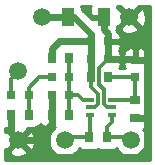
<source format=gtl>
%TF.GenerationSoftware,KiCad,Pcbnew,(5.1.12)-1*%
%TF.CreationDate,2023-07-21T13:43:36+02:00*%
%TF.ProjectId,Input_stage,496e7075-745f-4737-9461-67652e6b6963,rev?*%
%TF.SameCoordinates,Original*%
%TF.FileFunction,Copper,L1,Top*%
%TF.FilePolarity,Positive*%
%FSLAX46Y46*%
G04 Gerber Fmt 4.6, Leading zero omitted, Abs format (unit mm)*
G04 Created by KiCad (PCBNEW (5.1.12)-1) date 2023-07-21 13:43:36*
%MOMM*%
%LPD*%
G01*
G04 APERTURE LIST*
%TA.AperFunction,SMDPad,CuDef*%
%ADD10R,0.800000X0.750000*%
%TD*%
%TA.AperFunction,SMDPad,CuDef*%
%ADD11R,0.750000X0.800000*%
%TD*%
%TA.AperFunction,SMDPad,CuDef*%
%ADD12R,1.000000X1.600000*%
%TD*%
%TA.AperFunction,ComponentPad*%
%ADD13C,1.500000*%
%TD*%
%TA.AperFunction,SMDPad,CuDef*%
%ADD14R,0.800000X0.900000*%
%TD*%
%TA.AperFunction,SMDPad,CuDef*%
%ADD15R,0.900000X0.800000*%
%TD*%
%TA.AperFunction,SMDPad,CuDef*%
%ADD16R,0.650000X0.400000*%
%TD*%
%TA.AperFunction,Conductor*%
%ADD17C,0.304800*%
%TD*%
%TA.AperFunction,Conductor*%
%ADD18C,0.609600*%
%TD*%
%TA.AperFunction,Conductor*%
%ADD19C,0.254000*%
%TD*%
%TA.AperFunction,Conductor*%
%ADD20C,0.100000*%
%TD*%
G04 APERTURE END LIST*
D10*
%TO.P,C1,1*%
%TO.N,Net-(C1-Pad1)*%
X2655000Y-8255000D03*
%TO.P,C1,2*%
%TO.N,Net-(C1-Pad2)*%
X1155000Y-8255000D03*
%TD*%
D11*
%TO.P,C2,1*%
%TO.N,Net-(C2-Pad1)*%
X11684000Y-6719000D03*
%TO.P,C2,2*%
%TO.N,GND*%
X11684000Y-5219000D03*
%TD*%
D10*
%TO.P,C3,2*%
%TO.N,Net-(C1-Pad1)*%
X4584000Y-6731000D03*
%TO.P,C3,1*%
%TO.N,Net-(C3-Pad1)*%
X6084000Y-6731000D03*
%TD*%
%TO.P,C4,2*%
%TO.N,GND*%
X4584000Y-8255000D03*
%TO.P,C4,1*%
%TO.N,Net-(C3-Pad1)*%
X6084000Y-8255000D03*
%TD*%
%TO.P,C5,1*%
%TO.N,VCC*%
X7886000Y-5207000D03*
%TO.P,C5,2*%
%TO.N,GND*%
X9386000Y-5207000D03*
%TD*%
%TO.P,C6,2*%
%TO.N,GND*%
X9386000Y-3683000D03*
%TO.P,C6,1*%
%TO.N,VCC*%
X7886000Y-3683000D03*
%TD*%
D12*
%TO.P,C7,1*%
%TO.N,VCC*%
X5993000Y-1651000D03*
%TO.P,C7,2*%
%TO.N,GND*%
X8993000Y-1651000D03*
%TD*%
D13*
%TO.P,GND1,1*%
%TO.N,GND*%
X11176000Y-1651000D03*
%TD*%
%TO.P,IN1,1*%
%TO.N,Net-(C1-Pad2)*%
X1778000Y-6223000D03*
%TD*%
%TO.P,OUM1,1*%
%TO.N,Net-(OUM1-Pad1)*%
X5715000Y-12065000D03*
%TD*%
%TO.P,OUP1,1*%
%TO.N,Net-(OUP1-Pad1)*%
X11303000Y-12065000D03*
%TD*%
%TO.P,POW1,1*%
%TO.N,VCC*%
X3810000Y-1651000D03*
%TD*%
D14*
%TO.P,R1,1*%
%TO.N,Net-(C1-Pad1)*%
X2655000Y-9906000D03*
%TO.P,R1,2*%
%TO.N,GND*%
X1155000Y-9906000D03*
%TD*%
%TO.P,R2,1*%
%TO.N,VCC*%
X7886000Y-6731000D03*
%TO.P,R2,2*%
%TO.N,Net-(C2-Pad1)*%
X9386000Y-6731000D03*
%TD*%
D15*
%TO.P,R3,2*%
%TO.N,GND*%
X11684000Y-10148000D03*
%TO.P,R3,1*%
%TO.N,Net-(C2-Pad1)*%
X11684000Y-8648000D03*
%TD*%
D14*
%TO.P,R4,1*%
%TO.N,VCC*%
X4584000Y-5080000D03*
%TO.P,R4,2*%
%TO.N,Net-(C3-Pad1)*%
X6084000Y-5080000D03*
%TD*%
%TO.P,R5,2*%
%TO.N,GND*%
X4584000Y-9906000D03*
%TO.P,R5,1*%
%TO.N,Net-(C3-Pad1)*%
X6084000Y-9906000D03*
%TD*%
%TO.P,R6,2*%
%TO.N,Net-(OUM1-Pad1)*%
X7759000Y-11811000D03*
%TO.P,R6,1*%
%TO.N,Net-(OUP1-Pad1)*%
X9259000Y-11811000D03*
%TD*%
D16*
%TO.P,U1,1*%
%TO.N,Net-(OUP1-Pad1)*%
X9713000Y-9921000D03*
%TO.P,U1,3*%
%TO.N,Net-(C2-Pad1)*%
X9713000Y-8621000D03*
%TO.P,U1,5*%
%TO.N,VCC*%
X7813000Y-9271000D03*
%TO.P,U1,2*%
%TO.N,GND*%
X9713000Y-9271000D03*
%TO.P,U1,4*%
%TO.N,Net-(C3-Pad1)*%
X7813000Y-8621000D03*
%TO.P,U1,6*%
%TO.N,Net-(OUM1-Pad1)*%
X7813000Y-9921000D03*
%TD*%
D13*
%TO.P,GND2,1*%
%TO.N,GND*%
X1778000Y-12065000D03*
%TD*%
D17*
%TO.N,Net-(C1-Pad1)*%
X2655000Y-9906000D02*
X2655000Y-8255000D01*
X2655000Y-8255000D02*
X2655000Y-7632000D01*
X3556000Y-6731000D02*
X4584000Y-6731000D01*
X2655000Y-7632000D02*
X3556000Y-6731000D01*
%TO.N,Net-(C1-Pad2)*%
X1155000Y-6846000D02*
X1778000Y-6223000D01*
X1155000Y-8255000D02*
X1155000Y-6846000D01*
%TO.N,Net-(C2-Pad1)*%
X11681000Y-8621000D02*
X11684000Y-8624000D01*
X9713000Y-8621000D02*
X11681000Y-8621000D01*
X11684000Y-8624000D02*
X11684000Y-6719000D01*
X11672000Y-6731000D02*
X11684000Y-6719000D01*
X9386000Y-6731000D02*
X11672000Y-6731000D01*
D18*
%TO.N,GND*%
X9386000Y-5207000D02*
X9386000Y-3683000D01*
X9386000Y-3683000D02*
X9386000Y-3036000D01*
X8993000Y-2643000D02*
X8993000Y-1651000D01*
X9386000Y-3036000D02*
X8993000Y-2643000D01*
D17*
X8636000Y-7379642D02*
X8636000Y-5957000D01*
X9003358Y-7747000D02*
X8636000Y-7379642D01*
X8636000Y-5957000D02*
X9386000Y-5207000D01*
X9017000Y-7747000D02*
X9003358Y-7747000D01*
X9017000Y-9017000D02*
X9017000Y-7747000D01*
X9271000Y-9271000D02*
X9017000Y-9017000D01*
X9713000Y-9271000D02*
X9271000Y-9271000D01*
D18*
X11672000Y-5207000D02*
X11684000Y-5219000D01*
X9386000Y-5207000D02*
X11672000Y-5207000D01*
X1155000Y-11442000D02*
X1778000Y-12065000D01*
X1155000Y-9906000D02*
X1155000Y-11442000D01*
X4584000Y-8255000D02*
X4584000Y-9906000D01*
X4584000Y-9906000D02*
X4584000Y-10656000D01*
X3175000Y-12065000D02*
X1778000Y-12065000D01*
X4584000Y-10656000D02*
X3175000Y-12065000D01*
X12700000Y-3175000D02*
X11176000Y-1651000D01*
X11938000Y-13462000D02*
X12700000Y-12700000D01*
X4572000Y-13462000D02*
X11938000Y-13462000D01*
X3175000Y-12065000D02*
X4572000Y-13462000D01*
X11684000Y-10148000D02*
X12688000Y-10148000D01*
X12688000Y-10148000D02*
X12700000Y-10160000D01*
X12700000Y-12700000D02*
X12700000Y-10160000D01*
X12688000Y-5219000D02*
X12700000Y-5207000D01*
X11684000Y-5219000D02*
X12688000Y-5219000D01*
X12700000Y-5207000D02*
X12700000Y-3175000D01*
X12700000Y-10160000D02*
X12700000Y-5207000D01*
D17*
%TO.N,Net-(C3-Pad1)*%
X6084000Y-6731000D02*
X6084000Y-5080000D01*
X6858000Y-8255000D02*
X6084000Y-8255000D01*
X7224000Y-8621000D02*
X6858000Y-8255000D01*
X7813000Y-8621000D02*
X7224000Y-8621000D01*
X6084000Y-8255000D02*
X6084000Y-9906000D01*
X6084000Y-8255000D02*
X6084000Y-6731000D01*
D18*
%TO.N,VCC*%
X7886000Y-5207000D02*
X7886000Y-3683000D01*
X7886000Y-3683000D02*
X7886000Y-3060000D01*
X6477000Y-1651000D02*
X5993000Y-1651000D01*
X7886000Y-3060000D02*
X6477000Y-1651000D01*
X7886000Y-3683000D02*
X5207000Y-3683000D01*
X4584000Y-4306000D02*
X4584000Y-5080000D01*
X5207000Y-3683000D02*
X4584000Y-4306000D01*
X5993000Y-1651000D02*
X3810000Y-1651000D01*
D17*
X7813000Y-9271000D02*
X8255000Y-9271000D01*
X8255000Y-9271000D02*
X8509000Y-9017000D01*
X8509000Y-9017000D02*
X8509000Y-8128000D01*
D18*
X7886000Y-5207000D02*
X7886000Y-6731000D01*
D17*
X7886000Y-7505000D02*
X8509000Y-8128000D01*
X7886000Y-6731000D02*
X7886000Y-7505000D01*
%TO.N,Net-(OUM1-Pad1)*%
X7813000Y-11757000D02*
X7759000Y-11811000D01*
X7813000Y-9921000D02*
X7813000Y-11757000D01*
X5969000Y-11811000D02*
X5715000Y-12065000D01*
X7759000Y-11811000D02*
X5969000Y-11811000D01*
%TO.N,Net-(OUP1-Pad1)*%
X9713000Y-9921000D02*
X9713000Y-10480000D01*
X9259000Y-10934000D02*
X9259000Y-11811000D01*
X9713000Y-10480000D02*
X9259000Y-10934000D01*
X11049000Y-11811000D02*
X11303000Y-12065000D01*
X9259000Y-11811000D02*
X11049000Y-11811000D01*
%TD*%
D19*
%TO.N,GND*%
X10398612Y-694007D02*
X11176000Y-1471395D01*
X11953388Y-694007D01*
X11944059Y-660000D01*
X12929000Y-660000D01*
X12929001Y-13691000D01*
X660000Y-13691000D01*
X660000Y-13021993D01*
X1000612Y-13021993D01*
X1066137Y-13260860D01*
X1313116Y-13376760D01*
X1577960Y-13442250D01*
X1850492Y-13454812D01*
X2120238Y-13413965D01*
X2376832Y-13321277D01*
X2489863Y-13260860D01*
X2555388Y-13021993D01*
X1778000Y-12244605D01*
X1000612Y-13021993D01*
X660000Y-13021993D01*
X660000Y-12798221D01*
X821007Y-12842388D01*
X1598395Y-12065000D01*
X1957605Y-12065000D01*
X2734993Y-12842388D01*
X2973860Y-12776863D01*
X3089760Y-12529884D01*
X3155250Y-12265040D01*
X3167812Y-11992508D01*
X3126965Y-11722762D01*
X3034277Y-11466168D01*
X2973860Y-11353137D01*
X2734993Y-11287612D01*
X1957605Y-12065000D01*
X1598395Y-12065000D01*
X821007Y-11287612D01*
X660000Y-11331779D01*
X660000Y-10984716D01*
X755000Y-10994072D01*
X869250Y-10991000D01*
X1027998Y-10832252D01*
X1027998Y-10991000D01*
X1032709Y-10991000D01*
X1000612Y-11108007D01*
X1778000Y-11885395D01*
X2555388Y-11108007D01*
X2524134Y-10994072D01*
X3055000Y-10994072D01*
X3179482Y-10981812D01*
X3299180Y-10945502D01*
X3409494Y-10886537D01*
X3506185Y-10807185D01*
X3585537Y-10710494D01*
X3619500Y-10646955D01*
X3653463Y-10710494D01*
X3732815Y-10807185D01*
X3829506Y-10886537D01*
X3939820Y-10945502D01*
X4059518Y-10981812D01*
X4184000Y-10994072D01*
X4298250Y-10991000D01*
X4457000Y-10832250D01*
X4457000Y-10033000D01*
X4437000Y-10033000D01*
X4437000Y-9779000D01*
X4457000Y-9779000D01*
X4457000Y-8382000D01*
X4437000Y-8382000D01*
X4437000Y-8128000D01*
X4457000Y-8128000D01*
X4457000Y-8108000D01*
X4711000Y-8108000D01*
X4711000Y-8128000D01*
X4731000Y-8128000D01*
X4731000Y-8382000D01*
X4711000Y-8382000D01*
X4711000Y-9779000D01*
X4731000Y-9779000D01*
X4731000Y-10033000D01*
X4711000Y-10033000D01*
X4711000Y-10832250D01*
X4853597Y-10974847D01*
X4832114Y-10989201D01*
X4639201Y-11182114D01*
X4487629Y-11408957D01*
X4383225Y-11661011D01*
X4330000Y-11928589D01*
X4330000Y-12201411D01*
X4383225Y-12468989D01*
X4487629Y-12721043D01*
X4639201Y-12947886D01*
X4832114Y-13140799D01*
X5058957Y-13292371D01*
X5311011Y-13396775D01*
X5578589Y-13450000D01*
X5851411Y-13450000D01*
X6118989Y-13396775D01*
X6371043Y-13292371D01*
X6597886Y-13140799D01*
X6790799Y-12947886D01*
X6933955Y-12733638D01*
X7004506Y-12791537D01*
X7114820Y-12850502D01*
X7234518Y-12886812D01*
X7359000Y-12899072D01*
X8159000Y-12899072D01*
X8283482Y-12886812D01*
X8403180Y-12850502D01*
X8509000Y-12793939D01*
X8614820Y-12850502D01*
X8734518Y-12886812D01*
X8859000Y-12899072D01*
X9659000Y-12899072D01*
X9783482Y-12886812D01*
X9903180Y-12850502D01*
X10013494Y-12791537D01*
X10084045Y-12733638D01*
X10227201Y-12947886D01*
X10420114Y-13140799D01*
X10646957Y-13292371D01*
X10899011Y-13396775D01*
X11166589Y-13450000D01*
X11439411Y-13450000D01*
X11706989Y-13396775D01*
X11959043Y-13292371D01*
X12185886Y-13140799D01*
X12378799Y-12947886D01*
X12530371Y-12721043D01*
X12634775Y-12468989D01*
X12688000Y-12201411D01*
X12688000Y-11928589D01*
X12634775Y-11661011D01*
X12530371Y-11408957D01*
X12378799Y-11182114D01*
X12344426Y-11147741D01*
X12378180Y-11137502D01*
X12488494Y-11078537D01*
X12585185Y-10999185D01*
X12664537Y-10902494D01*
X12723502Y-10792180D01*
X12759812Y-10672482D01*
X12772072Y-10548000D01*
X12769000Y-10433750D01*
X12610250Y-10275000D01*
X11811000Y-10275000D01*
X11811000Y-10295000D01*
X11557000Y-10295000D01*
X11557000Y-10275000D01*
X11537000Y-10275000D01*
X11537000Y-10021000D01*
X11557000Y-10021000D01*
X11557000Y-10001000D01*
X11811000Y-10001000D01*
X11811000Y-10021000D01*
X12610250Y-10021000D01*
X12769000Y-9862250D01*
X12772072Y-9748000D01*
X12759812Y-9623518D01*
X12723502Y-9503820D01*
X12666939Y-9398000D01*
X12723502Y-9292180D01*
X12759812Y-9172482D01*
X12772072Y-9048000D01*
X12772072Y-8248000D01*
X12759812Y-8123518D01*
X12723502Y-8003820D01*
X12664537Y-7893506D01*
X12585185Y-7796815D01*
X12488494Y-7717463D01*
X12471400Y-7708326D01*
X12471400Y-7602015D01*
X12510185Y-7570185D01*
X12589537Y-7473494D01*
X12648502Y-7363180D01*
X12684812Y-7243482D01*
X12697072Y-7119000D01*
X12697072Y-6319000D01*
X12684812Y-6194518D01*
X12648502Y-6074820D01*
X12591939Y-5969000D01*
X12648502Y-5863180D01*
X12684812Y-5743482D01*
X12697072Y-5619000D01*
X12694000Y-5504750D01*
X12535250Y-5346000D01*
X11811000Y-5346000D01*
X11811000Y-5366000D01*
X11557000Y-5366000D01*
X11557000Y-5346000D01*
X10832750Y-5346000D01*
X10674000Y-5504750D01*
X10670928Y-5619000D01*
X10683188Y-5743482D01*
X10719498Y-5863180D01*
X10762484Y-5943600D01*
X10325674Y-5943600D01*
X10319206Y-5931500D01*
X10375502Y-5826180D01*
X10411812Y-5706482D01*
X10424072Y-5582000D01*
X10421000Y-5492750D01*
X10262250Y-5334000D01*
X9513000Y-5334000D01*
X9513000Y-5354000D01*
X9259000Y-5354000D01*
X9259000Y-5334000D01*
X9239000Y-5334000D01*
X9239000Y-5080000D01*
X9259000Y-5080000D01*
X9259000Y-3810000D01*
X9513000Y-3810000D01*
X9513000Y-5080000D01*
X10262250Y-5080000D01*
X10421000Y-4921250D01*
X10424072Y-4832000D01*
X10422792Y-4819000D01*
X10670928Y-4819000D01*
X10674000Y-4933250D01*
X10832750Y-5092000D01*
X11557000Y-5092000D01*
X11557000Y-4342750D01*
X11811000Y-4342750D01*
X11811000Y-5092000D01*
X12535250Y-5092000D01*
X12694000Y-4933250D01*
X12697072Y-4819000D01*
X12684812Y-4694518D01*
X12648502Y-4574820D01*
X12589537Y-4464506D01*
X12510185Y-4367815D01*
X12413494Y-4288463D01*
X12303180Y-4229498D01*
X12183482Y-4193188D01*
X12059000Y-4180928D01*
X11969750Y-4184000D01*
X11811000Y-4342750D01*
X11557000Y-4342750D01*
X11398250Y-4184000D01*
X11309000Y-4180928D01*
X11184518Y-4193188D01*
X11064820Y-4229498D01*
X10954506Y-4288463D01*
X10857815Y-4367815D01*
X10778463Y-4464506D01*
X10719498Y-4574820D01*
X10683188Y-4694518D01*
X10670928Y-4819000D01*
X10422792Y-4819000D01*
X10411812Y-4707518D01*
X10375502Y-4587820D01*
X10316537Y-4477506D01*
X10289860Y-4445000D01*
X10316537Y-4412494D01*
X10375502Y-4302180D01*
X10411812Y-4182482D01*
X10424072Y-4058000D01*
X10421000Y-3968750D01*
X10262250Y-3810000D01*
X9513000Y-3810000D01*
X9259000Y-3810000D01*
X9239000Y-3810000D01*
X9239000Y-3556000D01*
X9259000Y-3556000D01*
X9259000Y-3536000D01*
X9513000Y-3536000D01*
X9513000Y-3556000D01*
X10262250Y-3556000D01*
X10421000Y-3397250D01*
X10424072Y-3308000D01*
X10411812Y-3183518D01*
X10375502Y-3063820D01*
X10316537Y-2953506D01*
X10237185Y-2856815D01*
X10140494Y-2777463D01*
X10061181Y-2735069D01*
X10082502Y-2695180D01*
X10108949Y-2607993D01*
X10398612Y-2607993D01*
X10464137Y-2846860D01*
X10711116Y-2962760D01*
X10975960Y-3028250D01*
X11248492Y-3040812D01*
X11518238Y-2999965D01*
X11774832Y-2907277D01*
X11887863Y-2846860D01*
X11953388Y-2607993D01*
X11176000Y-1830605D01*
X10398612Y-2607993D01*
X10108949Y-2607993D01*
X10118812Y-2575482D01*
X10131072Y-2451000D01*
X10130792Y-2404189D01*
X10219007Y-2428388D01*
X10996395Y-1651000D01*
X11355605Y-1651000D01*
X12132993Y-2428388D01*
X12371860Y-2362863D01*
X12487760Y-2115884D01*
X12553250Y-1851040D01*
X12565812Y-1578508D01*
X12524965Y-1308762D01*
X12432277Y-1052168D01*
X12371860Y-939137D01*
X12132993Y-873612D01*
X11355605Y-1651000D01*
X10996395Y-1651000D01*
X10219007Y-873612D01*
X10130792Y-897811D01*
X10131072Y-851000D01*
X10118812Y-726518D01*
X10098634Y-660000D01*
X10407941Y-660000D01*
X10398612Y-694007D01*
%TA.AperFunction,Conductor*%
D20*
G36*
X10398612Y-694007D02*
G01*
X11176000Y-1471395D01*
X11953388Y-694007D01*
X11944059Y-660000D01*
X12929000Y-660000D01*
X12929001Y-13691000D01*
X660000Y-13691000D01*
X660000Y-13021993D01*
X1000612Y-13021993D01*
X1066137Y-13260860D01*
X1313116Y-13376760D01*
X1577960Y-13442250D01*
X1850492Y-13454812D01*
X2120238Y-13413965D01*
X2376832Y-13321277D01*
X2489863Y-13260860D01*
X2555388Y-13021993D01*
X1778000Y-12244605D01*
X1000612Y-13021993D01*
X660000Y-13021993D01*
X660000Y-12798221D01*
X821007Y-12842388D01*
X1598395Y-12065000D01*
X1957605Y-12065000D01*
X2734993Y-12842388D01*
X2973860Y-12776863D01*
X3089760Y-12529884D01*
X3155250Y-12265040D01*
X3167812Y-11992508D01*
X3126965Y-11722762D01*
X3034277Y-11466168D01*
X2973860Y-11353137D01*
X2734993Y-11287612D01*
X1957605Y-12065000D01*
X1598395Y-12065000D01*
X821007Y-11287612D01*
X660000Y-11331779D01*
X660000Y-10984716D01*
X755000Y-10994072D01*
X869250Y-10991000D01*
X1027998Y-10832252D01*
X1027998Y-10991000D01*
X1032709Y-10991000D01*
X1000612Y-11108007D01*
X1778000Y-11885395D01*
X2555388Y-11108007D01*
X2524134Y-10994072D01*
X3055000Y-10994072D01*
X3179482Y-10981812D01*
X3299180Y-10945502D01*
X3409494Y-10886537D01*
X3506185Y-10807185D01*
X3585537Y-10710494D01*
X3619500Y-10646955D01*
X3653463Y-10710494D01*
X3732815Y-10807185D01*
X3829506Y-10886537D01*
X3939820Y-10945502D01*
X4059518Y-10981812D01*
X4184000Y-10994072D01*
X4298250Y-10991000D01*
X4457000Y-10832250D01*
X4457000Y-10033000D01*
X4437000Y-10033000D01*
X4437000Y-9779000D01*
X4457000Y-9779000D01*
X4457000Y-8382000D01*
X4437000Y-8382000D01*
X4437000Y-8128000D01*
X4457000Y-8128000D01*
X4457000Y-8108000D01*
X4711000Y-8108000D01*
X4711000Y-8128000D01*
X4731000Y-8128000D01*
X4731000Y-8382000D01*
X4711000Y-8382000D01*
X4711000Y-9779000D01*
X4731000Y-9779000D01*
X4731000Y-10033000D01*
X4711000Y-10033000D01*
X4711000Y-10832250D01*
X4853597Y-10974847D01*
X4832114Y-10989201D01*
X4639201Y-11182114D01*
X4487629Y-11408957D01*
X4383225Y-11661011D01*
X4330000Y-11928589D01*
X4330000Y-12201411D01*
X4383225Y-12468989D01*
X4487629Y-12721043D01*
X4639201Y-12947886D01*
X4832114Y-13140799D01*
X5058957Y-13292371D01*
X5311011Y-13396775D01*
X5578589Y-13450000D01*
X5851411Y-13450000D01*
X6118989Y-13396775D01*
X6371043Y-13292371D01*
X6597886Y-13140799D01*
X6790799Y-12947886D01*
X6933955Y-12733638D01*
X7004506Y-12791537D01*
X7114820Y-12850502D01*
X7234518Y-12886812D01*
X7359000Y-12899072D01*
X8159000Y-12899072D01*
X8283482Y-12886812D01*
X8403180Y-12850502D01*
X8509000Y-12793939D01*
X8614820Y-12850502D01*
X8734518Y-12886812D01*
X8859000Y-12899072D01*
X9659000Y-12899072D01*
X9783482Y-12886812D01*
X9903180Y-12850502D01*
X10013494Y-12791537D01*
X10084045Y-12733638D01*
X10227201Y-12947886D01*
X10420114Y-13140799D01*
X10646957Y-13292371D01*
X10899011Y-13396775D01*
X11166589Y-13450000D01*
X11439411Y-13450000D01*
X11706989Y-13396775D01*
X11959043Y-13292371D01*
X12185886Y-13140799D01*
X12378799Y-12947886D01*
X12530371Y-12721043D01*
X12634775Y-12468989D01*
X12688000Y-12201411D01*
X12688000Y-11928589D01*
X12634775Y-11661011D01*
X12530371Y-11408957D01*
X12378799Y-11182114D01*
X12344426Y-11147741D01*
X12378180Y-11137502D01*
X12488494Y-11078537D01*
X12585185Y-10999185D01*
X12664537Y-10902494D01*
X12723502Y-10792180D01*
X12759812Y-10672482D01*
X12772072Y-10548000D01*
X12769000Y-10433750D01*
X12610250Y-10275000D01*
X11811000Y-10275000D01*
X11811000Y-10295000D01*
X11557000Y-10295000D01*
X11557000Y-10275000D01*
X11537000Y-10275000D01*
X11537000Y-10021000D01*
X11557000Y-10021000D01*
X11557000Y-10001000D01*
X11811000Y-10001000D01*
X11811000Y-10021000D01*
X12610250Y-10021000D01*
X12769000Y-9862250D01*
X12772072Y-9748000D01*
X12759812Y-9623518D01*
X12723502Y-9503820D01*
X12666939Y-9398000D01*
X12723502Y-9292180D01*
X12759812Y-9172482D01*
X12772072Y-9048000D01*
X12772072Y-8248000D01*
X12759812Y-8123518D01*
X12723502Y-8003820D01*
X12664537Y-7893506D01*
X12585185Y-7796815D01*
X12488494Y-7717463D01*
X12471400Y-7708326D01*
X12471400Y-7602015D01*
X12510185Y-7570185D01*
X12589537Y-7473494D01*
X12648502Y-7363180D01*
X12684812Y-7243482D01*
X12697072Y-7119000D01*
X12697072Y-6319000D01*
X12684812Y-6194518D01*
X12648502Y-6074820D01*
X12591939Y-5969000D01*
X12648502Y-5863180D01*
X12684812Y-5743482D01*
X12697072Y-5619000D01*
X12694000Y-5504750D01*
X12535250Y-5346000D01*
X11811000Y-5346000D01*
X11811000Y-5366000D01*
X11557000Y-5366000D01*
X11557000Y-5346000D01*
X10832750Y-5346000D01*
X10674000Y-5504750D01*
X10670928Y-5619000D01*
X10683188Y-5743482D01*
X10719498Y-5863180D01*
X10762484Y-5943600D01*
X10325674Y-5943600D01*
X10319206Y-5931500D01*
X10375502Y-5826180D01*
X10411812Y-5706482D01*
X10424072Y-5582000D01*
X10421000Y-5492750D01*
X10262250Y-5334000D01*
X9513000Y-5334000D01*
X9513000Y-5354000D01*
X9259000Y-5354000D01*
X9259000Y-5334000D01*
X9239000Y-5334000D01*
X9239000Y-5080000D01*
X9259000Y-5080000D01*
X9259000Y-3810000D01*
X9513000Y-3810000D01*
X9513000Y-5080000D01*
X10262250Y-5080000D01*
X10421000Y-4921250D01*
X10424072Y-4832000D01*
X10422792Y-4819000D01*
X10670928Y-4819000D01*
X10674000Y-4933250D01*
X10832750Y-5092000D01*
X11557000Y-5092000D01*
X11557000Y-4342750D01*
X11811000Y-4342750D01*
X11811000Y-5092000D01*
X12535250Y-5092000D01*
X12694000Y-4933250D01*
X12697072Y-4819000D01*
X12684812Y-4694518D01*
X12648502Y-4574820D01*
X12589537Y-4464506D01*
X12510185Y-4367815D01*
X12413494Y-4288463D01*
X12303180Y-4229498D01*
X12183482Y-4193188D01*
X12059000Y-4180928D01*
X11969750Y-4184000D01*
X11811000Y-4342750D01*
X11557000Y-4342750D01*
X11398250Y-4184000D01*
X11309000Y-4180928D01*
X11184518Y-4193188D01*
X11064820Y-4229498D01*
X10954506Y-4288463D01*
X10857815Y-4367815D01*
X10778463Y-4464506D01*
X10719498Y-4574820D01*
X10683188Y-4694518D01*
X10670928Y-4819000D01*
X10422792Y-4819000D01*
X10411812Y-4707518D01*
X10375502Y-4587820D01*
X10316537Y-4477506D01*
X10289860Y-4445000D01*
X10316537Y-4412494D01*
X10375502Y-4302180D01*
X10411812Y-4182482D01*
X10424072Y-4058000D01*
X10421000Y-3968750D01*
X10262250Y-3810000D01*
X9513000Y-3810000D01*
X9259000Y-3810000D01*
X9239000Y-3810000D01*
X9239000Y-3556000D01*
X9259000Y-3556000D01*
X9259000Y-3536000D01*
X9513000Y-3536000D01*
X9513000Y-3556000D01*
X10262250Y-3556000D01*
X10421000Y-3397250D01*
X10424072Y-3308000D01*
X10411812Y-3183518D01*
X10375502Y-3063820D01*
X10316537Y-2953506D01*
X10237185Y-2856815D01*
X10140494Y-2777463D01*
X10061181Y-2735069D01*
X10082502Y-2695180D01*
X10108949Y-2607993D01*
X10398612Y-2607993D01*
X10464137Y-2846860D01*
X10711116Y-2962760D01*
X10975960Y-3028250D01*
X11248492Y-3040812D01*
X11518238Y-2999965D01*
X11774832Y-2907277D01*
X11887863Y-2846860D01*
X11953388Y-2607993D01*
X11176000Y-1830605D01*
X10398612Y-2607993D01*
X10108949Y-2607993D01*
X10118812Y-2575482D01*
X10131072Y-2451000D01*
X10130792Y-2404189D01*
X10219007Y-2428388D01*
X10996395Y-1651000D01*
X11355605Y-1651000D01*
X12132993Y-2428388D01*
X12371860Y-2362863D01*
X12487760Y-2115884D01*
X12553250Y-1851040D01*
X12565812Y-1578508D01*
X12524965Y-1308762D01*
X12432277Y-1052168D01*
X12371860Y-939137D01*
X12132993Y-873612D01*
X11355605Y-1651000D01*
X10996395Y-1651000D01*
X10219007Y-873612D01*
X10130792Y-897811D01*
X10131072Y-851000D01*
X10118812Y-726518D01*
X10098634Y-660000D01*
X10407941Y-660000D01*
X10398612Y-694007D01*
G37*
%TD.AperFunction*%
D19*
X1282000Y-9779000D02*
X1302000Y-9779000D01*
X1302000Y-10033000D01*
X1282000Y-10033000D01*
X1282000Y-10053000D01*
X1028000Y-10053000D01*
X1028000Y-10033000D01*
X1008000Y-10033000D01*
X1008000Y-9779000D01*
X1028000Y-9779000D01*
X1028000Y-9759000D01*
X1282000Y-9759000D01*
X1282000Y-9779000D01*
%TA.AperFunction,Conductor*%
D20*
G36*
X1282000Y-9779000D02*
G01*
X1302000Y-9779000D01*
X1302000Y-10033000D01*
X1282000Y-10033000D01*
X1282000Y-10053000D01*
X1028000Y-10053000D01*
X1028000Y-10033000D01*
X1008000Y-10033000D01*
X1008000Y-9779000D01*
X1028000Y-9779000D01*
X1028000Y-9759000D01*
X1282000Y-9759000D01*
X1282000Y-9779000D01*
G37*
%TD.AperFunction*%
D19*
X7867188Y-726518D02*
X7854928Y-851000D01*
X7858000Y-1365250D01*
X8016750Y-1524000D01*
X8866000Y-1524000D01*
X8866000Y-1504000D01*
X9120000Y-1504000D01*
X9120000Y-1524000D01*
X9140000Y-1524000D01*
X9140000Y-1778000D01*
X9120000Y-1778000D01*
X9120000Y-1798000D01*
X8866000Y-1798000D01*
X8866000Y-1778000D01*
X8016750Y-1778000D01*
X7974914Y-1819836D01*
X7174191Y-1019115D01*
X7144754Y-983246D01*
X7131072Y-972017D01*
X7131072Y-851000D01*
X7118812Y-726518D01*
X7098634Y-660000D01*
X7887366Y-660000D01*
X7867188Y-726518D01*
%TA.AperFunction,Conductor*%
D20*
G36*
X7867188Y-726518D02*
G01*
X7854928Y-851000D01*
X7858000Y-1365250D01*
X8016750Y-1524000D01*
X8866000Y-1524000D01*
X8866000Y-1504000D01*
X9120000Y-1504000D01*
X9120000Y-1524000D01*
X9140000Y-1524000D01*
X9140000Y-1778000D01*
X9120000Y-1778000D01*
X9120000Y-1798000D01*
X8866000Y-1798000D01*
X8866000Y-1778000D01*
X8016750Y-1778000D01*
X7974914Y-1819836D01*
X7174191Y-1019115D01*
X7144754Y-983246D01*
X7131072Y-972017D01*
X7131072Y-851000D01*
X7118812Y-726518D01*
X7098634Y-660000D01*
X7887366Y-660000D01*
X7867188Y-726518D01*
G37*
%TD.AperFunction*%
%TD*%
M02*

</source>
